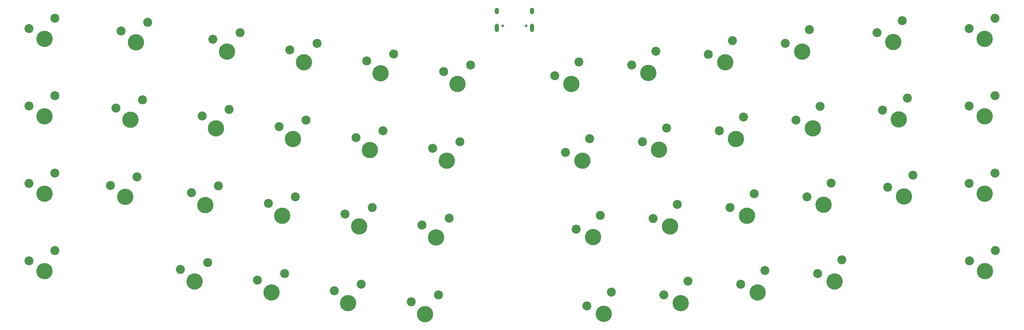
<source format=gbr>
G04 #@! TF.GenerationSoftware,KiCad,Pcbnew,5.1.9-73d0e3b20d~88~ubuntu20.04.1*
G04 #@! TF.CreationDate,2021-04-21T09:56:19-07:00*
G04 #@! TF.ProjectId,test1,74657374-312e-46b6-9963-61645f706362,rev?*
G04 #@! TF.SameCoordinates,Original*
G04 #@! TF.FileFunction,Soldermask,Top*
G04 #@! TF.FilePolarity,Negative*
%FSLAX46Y46*%
G04 Gerber Fmt 4.6, Leading zero omitted, Abs format (unit mm)*
G04 Created by KiCad (PCBNEW 5.1.9-73d0e3b20d~88~ubuntu20.04.1) date 2021-04-21 09:56:19*
%MOMM*%
%LPD*%
G01*
G04 APERTURE LIST*
%ADD10C,4.000000*%
%ADD11C,2.200000*%
%ADD12C,0.650000*%
%ADD13O,1.000000X2.100000*%
%ADD14O,1.000000X1.600000*%
G04 APERTURE END LIST*
D10*
X226240646Y-99148087D03*
D11*
X222114225Y-97163056D03*
X228048928Y-93764026D03*
D10*
X69190152Y-99173197D03*
D11*
X65770730Y-96127667D03*
X72412432Y-94496135D03*
D10*
X161690949Y-50507304D03*
D11*
X157564528Y-48522273D03*
X163499231Y-45123243D03*
D10*
X32353250Y-96615250D03*
D11*
X28543250Y-94075250D03*
X34893250Y-91535250D03*
D10*
X32353250Y-39465250D03*
D11*
X28543250Y-36925250D03*
X34893250Y-34385250D03*
D12*
X150590000Y-36222000D03*
X144810000Y-36222000D03*
D13*
X143380000Y-36752000D03*
X152020000Y-36752000D03*
D14*
X143380000Y-32572000D03*
X152020000Y-32572000D03*
D10*
X54829279Y-40294388D03*
D11*
X51205742Y-37494803D03*
X57717455Y-35403944D03*
D10*
X32353250Y-58515250D03*
D11*
X28543250Y-55975250D03*
X34893250Y-53435250D03*
D10*
X263144000Y-96615250D03*
D11*
X259334000Y-94075250D03*
X265684000Y-91535250D03*
D10*
X207373904Y-101798629D03*
D11*
X203247483Y-99813598D03*
X209182186Y-96414568D03*
D10*
X188509299Y-104449876D03*
D11*
X184382878Y-102464845D03*
X190317581Y-99065815D03*
D10*
X169644692Y-107101124D03*
D11*
X165518271Y-105116093D03*
X171452974Y-101717063D03*
D10*
X125809720Y-107134312D03*
D11*
X122390298Y-104088782D03*
X129032000Y-102457250D03*
D10*
X106920617Y-104475799D03*
D11*
X103501195Y-101430269D03*
X110142897Y-99798737D03*
D10*
X88056011Y-101824551D03*
D11*
X84636589Y-98779021D03*
X91278291Y-97147489D03*
D10*
X263112250Y-77565250D03*
D11*
X259302250Y-75025250D03*
X265652250Y-72485250D03*
D10*
X243318797Y-78216576D03*
D11*
X239340897Y-75948535D03*
X245498247Y-72971769D03*
D10*
X223587263Y-80282774D03*
D11*
X219460842Y-78297743D03*
X225395545Y-74898713D03*
D10*
X204735906Y-82938471D03*
D11*
X200609485Y-80953440D03*
X206544188Y-77554410D03*
D10*
X185858051Y-85585269D03*
D11*
X181731630Y-83600238D03*
X187666333Y-80201208D03*
D10*
X166993444Y-88236517D03*
D11*
X162867023Y-86251486D03*
X168801726Y-82852456D03*
D10*
X128436472Y-88262439D03*
D11*
X125017050Y-85216909D03*
X131658752Y-83585377D03*
D10*
X109571865Y-85611192D03*
D11*
X106152443Y-82565662D03*
X112794145Y-80934130D03*
D10*
X90707258Y-82959944D03*
D11*
X87287836Y-79914414D03*
X93929538Y-78282882D03*
D10*
X71842652Y-80308697D03*
D11*
X68423230Y-77263167D03*
X75064932Y-75631635D03*
D10*
X52171558Y-78301578D03*
D11*
X48548021Y-75501993D03*
X55059734Y-73411134D03*
D10*
X32353250Y-77565250D03*
D11*
X28543250Y-75025250D03*
X34893250Y-72485250D03*
D10*
X263112250Y-58515250D03*
D11*
X259302250Y-55975250D03*
X265652250Y-53435250D03*
D10*
X241989936Y-59212981D03*
D11*
X238012036Y-56944940D03*
X244169386Y-53968174D03*
D10*
X220936017Y-61418168D03*
D11*
X216809596Y-59433137D03*
X222744299Y-56034107D03*
D10*
X202083788Y-64067675D03*
D11*
X197957367Y-62082644D03*
X203892070Y-58683614D03*
D10*
X183206803Y-66720662D03*
D11*
X179080382Y-64735631D03*
X185015085Y-61336601D03*
D10*
X164342198Y-69371910D03*
D11*
X160215777Y-67386879D03*
X166150480Y-63987849D03*
D10*
X131087719Y-69397833D03*
D11*
X127668297Y-66352303D03*
X134309999Y-64720771D03*
D10*
X112223113Y-66746585D03*
D11*
X108803691Y-63701055D03*
X115445393Y-62069523D03*
D10*
X93358506Y-64095338D03*
D11*
X89939084Y-61049808D03*
X96580786Y-59418276D03*
D10*
X74493899Y-61444090D03*
D11*
X71074477Y-58398560D03*
X77716179Y-56767028D03*
D10*
X53500418Y-59297983D03*
D11*
X49876881Y-56498398D03*
X56388594Y-54407539D03*
D10*
X263112250Y-39465250D03*
D11*
X259302250Y-36925250D03*
X265652250Y-34385250D03*
D10*
X240661075Y-40209386D03*
D11*
X236683175Y-37941345D03*
X242840525Y-34964579D03*
D10*
X218284770Y-42553561D03*
D11*
X214158349Y-40568530D03*
X220093052Y-37169500D03*
D10*
X199433411Y-45209258D03*
D11*
X195306990Y-43224227D03*
X201241693Y-39825197D03*
D10*
X180568804Y-47860505D03*
D11*
X176442383Y-45875474D03*
X182377086Y-42476444D03*
D10*
X133738967Y-50533226D03*
D11*
X130319545Y-47487696D03*
X136961247Y-45856164D03*
D10*
X114874360Y-47881978D03*
D11*
X111454938Y-44836448D03*
X118096640Y-43204916D03*
D10*
X96009753Y-45230731D03*
D11*
X92590331Y-42185201D03*
X99232033Y-40553669D03*
D10*
X77145147Y-42579483D03*
D11*
X73725725Y-39533953D03*
X80367427Y-37902421D03*
M02*

</source>
